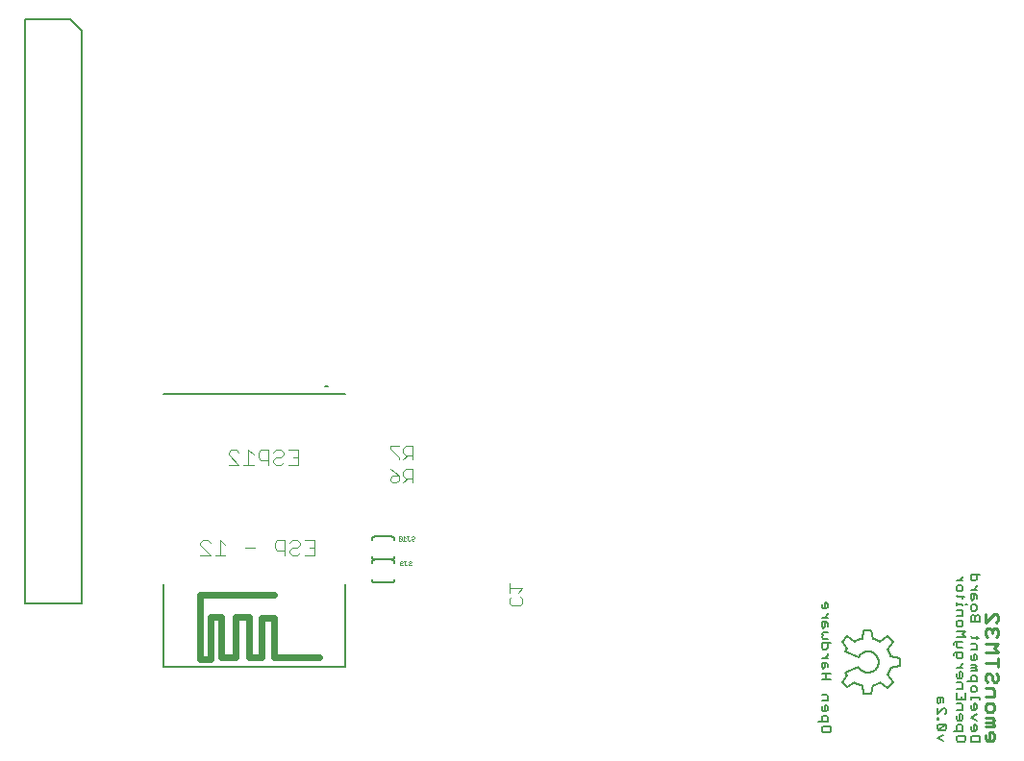
<source format=gbo>
G04 EAGLE Gerber RS-274X export*
G75*
%MOMM*%
%FSLAX34Y34*%
%LPD*%
%INSilkscreen Bottom*%
%IPPOS*%
%AMOC8*
5,1,8,0,0,1.08239X$1,22.5*%
G01*
%ADD10C,0.203200*%
%ADD11C,0.279400*%
%ADD12C,0.152400*%
%ADD13C,0.127000*%
%ADD14C,0.609600*%
%ADD15C,0.101600*%
%ADD16C,0.025400*%


D10*
X1066731Y140693D02*
X1066731Y137982D01*
X1065375Y136626D01*
X1059952Y136626D01*
X1058596Y137982D01*
X1058596Y140693D01*
X1059952Y142049D01*
X1065375Y142049D01*
X1066731Y140693D01*
X1064019Y145981D02*
X1055884Y145981D01*
X1064019Y145981D02*
X1064019Y150049D01*
X1062663Y151404D01*
X1059952Y151404D01*
X1058596Y150049D01*
X1058596Y145981D01*
X1058596Y156692D02*
X1058596Y159404D01*
X1058596Y156692D02*
X1059952Y155336D01*
X1062663Y155336D01*
X1064019Y156692D01*
X1064019Y159404D01*
X1062663Y160760D01*
X1061308Y160760D01*
X1061308Y155336D01*
X1064019Y164692D02*
X1058596Y164692D01*
X1064019Y164692D02*
X1064019Y168759D01*
X1062663Y170115D01*
X1058596Y170115D01*
X1066731Y174047D02*
X1066731Y179470D01*
X1066731Y174047D02*
X1058596Y174047D01*
X1058596Y179470D01*
X1062663Y176758D02*
X1062663Y174047D01*
X1064019Y183402D02*
X1058596Y183402D01*
X1064019Y183402D02*
X1064019Y187469D01*
X1062663Y188825D01*
X1058596Y188825D01*
X1058596Y194113D02*
X1058596Y196825D01*
X1058596Y194113D02*
X1059952Y192757D01*
X1062663Y192757D01*
X1064019Y194113D01*
X1064019Y196825D01*
X1062663Y198180D01*
X1061308Y198180D01*
X1061308Y192757D01*
X1064019Y202112D02*
X1058596Y202112D01*
X1061308Y202112D02*
X1064019Y204824D01*
X1064019Y206180D01*
X1055884Y212620D02*
X1055884Y213976D01*
X1057240Y215332D01*
X1064019Y215332D01*
X1064019Y211264D01*
X1062663Y209908D01*
X1059952Y209908D01*
X1058596Y211264D01*
X1058596Y215332D01*
X1059952Y219263D02*
X1064019Y219263D01*
X1059952Y219263D02*
X1058596Y220619D01*
X1058596Y224687D01*
X1057240Y224687D02*
X1064019Y224687D01*
X1057240Y224687D02*
X1055884Y223331D01*
X1055884Y221975D01*
X1058596Y228619D02*
X1066731Y228619D01*
X1064019Y231330D01*
X1066731Y234042D01*
X1058596Y234042D01*
X1058596Y239330D02*
X1058596Y242041D01*
X1059952Y243397D01*
X1062663Y243397D01*
X1064019Y242041D01*
X1064019Y239330D01*
X1062663Y237974D01*
X1059952Y237974D01*
X1058596Y239330D01*
X1058596Y247329D02*
X1064019Y247329D01*
X1064019Y251397D01*
X1062663Y252752D01*
X1058596Y252752D01*
X1064019Y256684D02*
X1064019Y258040D01*
X1058596Y258040D01*
X1058596Y256684D02*
X1058596Y259396D01*
X1066731Y258040D02*
X1068087Y258040D01*
X1065375Y264277D02*
X1059952Y264277D01*
X1058596Y265633D01*
X1064019Y265633D02*
X1064019Y262921D01*
X1058596Y270514D02*
X1058596Y273225D01*
X1059952Y274581D01*
X1062663Y274581D01*
X1064019Y273225D01*
X1064019Y270514D01*
X1062663Y269158D01*
X1059952Y269158D01*
X1058596Y270514D01*
X1058596Y278513D02*
X1064019Y278513D01*
X1061308Y278513D02*
X1064019Y281225D01*
X1064019Y282580D01*
X1071096Y136626D02*
X1079231Y136626D01*
X1071096Y136626D02*
X1071096Y140693D01*
X1072452Y142049D01*
X1077875Y142049D01*
X1079231Y140693D01*
X1079231Y136626D01*
X1071096Y147337D02*
X1071096Y150049D01*
X1071096Y147337D02*
X1072452Y145981D01*
X1075163Y145981D01*
X1076519Y147337D01*
X1076519Y150049D01*
X1075163Y151404D01*
X1073808Y151404D01*
X1073808Y145981D01*
X1076519Y155336D02*
X1071096Y158048D01*
X1076519Y160760D01*
X1071096Y166047D02*
X1071096Y168759D01*
X1071096Y166047D02*
X1072452Y164692D01*
X1075163Y164692D01*
X1076519Y166047D01*
X1076519Y168759D01*
X1075163Y170115D01*
X1073808Y170115D01*
X1073808Y164692D01*
X1079231Y174047D02*
X1079231Y175403D01*
X1071096Y175403D01*
X1071096Y176758D02*
X1071096Y174047D01*
X1071096Y181639D02*
X1071096Y184351D01*
X1072452Y185707D01*
X1075163Y185707D01*
X1076519Y184351D01*
X1076519Y181639D01*
X1075163Y180284D01*
X1072452Y180284D01*
X1071096Y181639D01*
X1068384Y189639D02*
X1076519Y189639D01*
X1076519Y193706D01*
X1075163Y195062D01*
X1072452Y195062D01*
X1071096Y193706D01*
X1071096Y189639D01*
X1071096Y198994D02*
X1076519Y198994D01*
X1076519Y200350D01*
X1075163Y201706D01*
X1071096Y201706D01*
X1075163Y201706D02*
X1076519Y203061D01*
X1075163Y204417D01*
X1071096Y204417D01*
X1071096Y209705D02*
X1071096Y212417D01*
X1071096Y209705D02*
X1072452Y208349D01*
X1075163Y208349D01*
X1076519Y209705D01*
X1076519Y212417D01*
X1075163Y213772D01*
X1073808Y213772D01*
X1073808Y208349D01*
X1076519Y217704D02*
X1071096Y217704D01*
X1076519Y217704D02*
X1076519Y221772D01*
X1075163Y223128D01*
X1071096Y223128D01*
X1072452Y228415D02*
X1077875Y228415D01*
X1072452Y228415D02*
X1071096Y229771D01*
X1076519Y229771D02*
X1076519Y227059D01*
X1079231Y242651D02*
X1071096Y242651D01*
X1079231Y242651D02*
X1079231Y246719D01*
X1077875Y248075D01*
X1076519Y248075D01*
X1075163Y246719D01*
X1073808Y248075D01*
X1072452Y248075D01*
X1071096Y246719D01*
X1071096Y242651D01*
X1075163Y242651D02*
X1075163Y246719D01*
X1071096Y253362D02*
X1071096Y256074D01*
X1072452Y257430D01*
X1075163Y257430D01*
X1076519Y256074D01*
X1076519Y253362D01*
X1075163Y252007D01*
X1072452Y252007D01*
X1071096Y253362D01*
X1076519Y262718D02*
X1076519Y265429D01*
X1075163Y266785D01*
X1071096Y266785D01*
X1071096Y262718D01*
X1072452Y261362D01*
X1073808Y262718D01*
X1073808Y266785D01*
X1076519Y270717D02*
X1071096Y270717D01*
X1073808Y270717D02*
X1076519Y273429D01*
X1076519Y274784D01*
X1079231Y283936D02*
X1071096Y283936D01*
X1071096Y279869D01*
X1072452Y278513D01*
X1075163Y278513D01*
X1076519Y279869D01*
X1076519Y283936D01*
D11*
X1083977Y142727D02*
X1083977Y138914D01*
X1085884Y137007D01*
X1089697Y137007D01*
X1091604Y138914D01*
X1091604Y142727D01*
X1089697Y144634D01*
X1087790Y144634D01*
X1087790Y137007D01*
X1083977Y150104D02*
X1091604Y150104D01*
X1091604Y152011D01*
X1089697Y153918D01*
X1083977Y153918D01*
X1089697Y153918D02*
X1091604Y155824D01*
X1089697Y157731D01*
X1083977Y157731D01*
X1083977Y165108D02*
X1083977Y168921D01*
X1085884Y170828D01*
X1089697Y170828D01*
X1091604Y168921D01*
X1091604Y165108D01*
X1089697Y163202D01*
X1085884Y163202D01*
X1083977Y165108D01*
X1083977Y176299D02*
X1091604Y176299D01*
X1091604Y182019D01*
X1089697Y183925D01*
X1083977Y183925D01*
X1095417Y195116D02*
X1093510Y197023D01*
X1095417Y195116D02*
X1095417Y191303D01*
X1093510Y189396D01*
X1091604Y189396D01*
X1089697Y191303D01*
X1089697Y195116D01*
X1087790Y197023D01*
X1085884Y197023D01*
X1083977Y195116D01*
X1083977Y191303D01*
X1085884Y189396D01*
X1083977Y206307D02*
X1095417Y206307D01*
X1095417Y210120D02*
X1095417Y202493D01*
X1095417Y215591D02*
X1083977Y215591D01*
X1091604Y219404D02*
X1095417Y215591D01*
X1091604Y219404D02*
X1095417Y223217D01*
X1083977Y223217D01*
X1093510Y228688D02*
X1095417Y230594D01*
X1095417Y234408D01*
X1093510Y236314D01*
X1091604Y236314D01*
X1089697Y234408D01*
X1089697Y232501D01*
X1089697Y234408D02*
X1087790Y236314D01*
X1085884Y236314D01*
X1083977Y234408D01*
X1083977Y230594D01*
X1085884Y228688D01*
X1083977Y241785D02*
X1083977Y249412D01*
X1083977Y241785D02*
X1091604Y249412D01*
X1093510Y249412D01*
X1095417Y247505D01*
X1095417Y243692D01*
X1093510Y241785D01*
D10*
X1041686Y140158D02*
X1047109Y137446D01*
X1047109Y142869D02*
X1041686Y140158D01*
X1043042Y146801D02*
X1048465Y146801D01*
X1049821Y148157D01*
X1049821Y150869D01*
X1048465Y152224D01*
X1043042Y152224D01*
X1041686Y150869D01*
X1041686Y148157D01*
X1043042Y146801D01*
X1048465Y152224D01*
X1043042Y156156D02*
X1041686Y156156D01*
X1043042Y156156D02*
X1043042Y157512D01*
X1041686Y157512D01*
X1041686Y156156D01*
X1041686Y160834D02*
X1041686Y166257D01*
X1041686Y160834D02*
X1047109Y166257D01*
X1048465Y166257D01*
X1049821Y164901D01*
X1049821Y162190D01*
X1048465Y160834D01*
X1047109Y171545D02*
X1047109Y174257D01*
X1045753Y175612D01*
X1041686Y175612D01*
X1041686Y171545D01*
X1043042Y170189D01*
X1044398Y171545D01*
X1044398Y175612D01*
X948014Y148852D02*
X948014Y146140D01*
X946658Y144784D01*
X941235Y144784D01*
X939879Y146140D01*
X939879Y148852D01*
X941235Y150208D01*
X946658Y150208D01*
X948014Y148852D01*
X945302Y154140D02*
X937167Y154140D01*
X945302Y154140D02*
X945302Y158207D01*
X943946Y159563D01*
X941235Y159563D01*
X939879Y158207D01*
X939879Y154140D01*
X939879Y164851D02*
X939879Y167562D01*
X939879Y164851D02*
X941235Y163495D01*
X943946Y163495D01*
X945302Y164851D01*
X945302Y167562D01*
X943946Y168918D01*
X942591Y168918D01*
X942591Y163495D01*
X945302Y172850D02*
X939879Y172850D01*
X945302Y172850D02*
X945302Y176917D01*
X943946Y178273D01*
X939879Y178273D01*
X939879Y191560D02*
X948014Y191560D01*
X943946Y191560D02*
X943946Y196984D01*
X939879Y196984D02*
X948014Y196984D01*
X945302Y202271D02*
X945302Y204983D01*
X943946Y206339D01*
X939879Y206339D01*
X939879Y202271D01*
X941235Y200916D01*
X942591Y202271D01*
X942591Y206339D01*
X945302Y210271D02*
X939879Y210271D01*
X942591Y210271D02*
X945302Y212982D01*
X945302Y214338D01*
X948014Y223490D02*
X939879Y223490D01*
X939879Y219422D01*
X941235Y218067D01*
X943946Y218067D01*
X945302Y219422D01*
X945302Y223490D01*
X945302Y227422D02*
X941235Y227422D01*
X939879Y228778D01*
X941235Y230133D01*
X939879Y231489D01*
X941235Y232845D01*
X945302Y232845D01*
X945302Y238133D02*
X945302Y240845D01*
X943946Y242200D01*
X939879Y242200D01*
X939879Y238133D01*
X941235Y236777D01*
X942591Y238133D01*
X942591Y242200D01*
X945302Y246132D02*
X939879Y246132D01*
X942591Y246132D02*
X945302Y248844D01*
X945302Y250200D01*
X939879Y255284D02*
X939879Y257996D01*
X939879Y255284D02*
X941235Y253928D01*
X943946Y253928D01*
X945302Y255284D01*
X945302Y257996D01*
X943946Y259351D01*
X942591Y259351D01*
X942591Y253928D01*
D12*
X971988Y202951D02*
X960558Y197871D01*
X962082Y195331D01*
X957764Y189235D01*
X962590Y184663D01*
X968686Y188727D01*
X975544Y186187D02*
X976814Y178567D01*
X983418Y178567D01*
X984942Y186187D01*
X991292Y188981D02*
X997896Y184409D01*
X1002468Y189235D01*
X997896Y195839D01*
X1000436Y202189D02*
X1008564Y203459D01*
X1008564Y210317D01*
X1000436Y211587D01*
X997896Y217937D02*
X1002468Y224541D01*
X997896Y229367D01*
X991292Y224795D01*
X984942Y227589D02*
X983418Y235209D01*
X976814Y235209D01*
X975544Y227589D01*
X968686Y225049D02*
X962590Y229367D01*
X957764Y224541D01*
X962082Y218445D01*
X960558Y215905D01*
X971988Y211079D01*
X972242Y211079D02*
X972344Y211283D01*
X972451Y211484D01*
X972563Y211682D01*
X972679Y211878D01*
X972801Y212071D01*
X972926Y212261D01*
X973057Y212447D01*
X973192Y212631D01*
X973332Y212811D01*
X973476Y212987D01*
X973624Y213160D01*
X973776Y213330D01*
X973933Y213495D01*
X974093Y213657D01*
X974257Y213815D01*
X974426Y213968D01*
X974598Y214118D01*
X974773Y214263D01*
X974952Y214404D01*
X975134Y214541D01*
X975320Y214673D01*
X975509Y214800D01*
X975701Y214923D01*
X975896Y215041D01*
X976093Y215154D01*
X976294Y215262D01*
X976497Y215366D01*
X976702Y215464D01*
X976910Y215558D01*
X977120Y215646D01*
X977332Y215729D01*
X977546Y215807D01*
X977762Y215879D01*
X977980Y215947D01*
X978199Y216009D01*
X978419Y216065D01*
X978641Y216117D01*
X978865Y216162D01*
X979089Y216203D01*
X979314Y216237D01*
X979540Y216267D01*
X979766Y216290D01*
X979993Y216309D01*
X980221Y216321D01*
X980449Y216328D01*
X980676Y216330D01*
X980904Y216326D01*
X981132Y216316D01*
X981359Y216301D01*
X981586Y216280D01*
X981812Y216254D01*
X982038Y216222D01*
X982262Y216185D01*
X982486Y216142D01*
X982709Y216094D01*
X982930Y216040D01*
X983150Y215981D01*
X983369Y215916D01*
X983586Y215847D01*
X983801Y215772D01*
X984014Y215691D01*
X984225Y215606D01*
X984434Y215515D01*
X984641Y215419D01*
X984845Y215319D01*
X985047Y215213D01*
X985246Y215102D01*
X985442Y214987D01*
X985636Y214867D01*
X985826Y214742D01*
X986014Y214612D01*
X986198Y214478D01*
X986379Y214340D01*
X986556Y214197D01*
X986730Y214050D01*
X986900Y213898D01*
X987067Y213743D01*
X987229Y213583D01*
X987388Y213420D01*
X987542Y213252D01*
X987693Y213081D01*
X987839Y212907D01*
X987981Y212728D01*
X988119Y212547D01*
X988252Y212362D01*
X988380Y212174D01*
X988504Y211983D01*
X988623Y211788D01*
X988737Y211591D01*
X988847Y211392D01*
X988951Y211189D01*
X989051Y210984D01*
X989145Y210777D01*
X989235Y210568D01*
X989319Y210356D01*
X989398Y210142D01*
X989472Y209927D01*
X989541Y209710D01*
X989604Y209491D01*
X989662Y209270D01*
X989714Y209049D01*
X989761Y208826D01*
X989803Y208602D01*
X989839Y208377D01*
X989869Y208151D01*
X989894Y207925D01*
X989914Y207698D01*
X989928Y207470D01*
X989936Y207243D01*
X989939Y207015D01*
X989936Y206787D01*
X989928Y206560D01*
X989914Y206332D01*
X989894Y206105D01*
X989869Y205879D01*
X989839Y205653D01*
X989803Y205428D01*
X989761Y205204D01*
X989714Y204981D01*
X989662Y204760D01*
X989604Y204539D01*
X989541Y204320D01*
X989472Y204103D01*
X989398Y203888D01*
X989319Y203674D01*
X989235Y203462D01*
X989145Y203253D01*
X989051Y203046D01*
X988951Y202841D01*
X988847Y202638D01*
X988737Y202439D01*
X988623Y202242D01*
X988504Y202047D01*
X988380Y201856D01*
X988252Y201668D01*
X988119Y201483D01*
X987981Y201302D01*
X987839Y201123D01*
X987693Y200949D01*
X987542Y200778D01*
X987388Y200610D01*
X987229Y200447D01*
X987067Y200287D01*
X986900Y200132D01*
X986730Y199980D01*
X986556Y199833D01*
X986379Y199690D01*
X986198Y199552D01*
X986014Y199418D01*
X985826Y199288D01*
X985636Y199163D01*
X985442Y199043D01*
X985246Y198928D01*
X985047Y198817D01*
X984845Y198711D01*
X984641Y198611D01*
X984434Y198515D01*
X984225Y198424D01*
X984014Y198339D01*
X983801Y198258D01*
X983586Y198183D01*
X983369Y198114D01*
X983150Y198049D01*
X982930Y197990D01*
X982709Y197936D01*
X982486Y197888D01*
X982262Y197845D01*
X982038Y197808D01*
X981812Y197776D01*
X981586Y197750D01*
X981359Y197729D01*
X981132Y197714D01*
X980904Y197704D01*
X980676Y197700D01*
X980449Y197702D01*
X980221Y197709D01*
X979993Y197721D01*
X979766Y197740D01*
X979540Y197763D01*
X979314Y197793D01*
X979089Y197827D01*
X978865Y197868D01*
X978641Y197913D01*
X978419Y197965D01*
X978199Y198021D01*
X977980Y198083D01*
X977762Y198151D01*
X977546Y198223D01*
X977332Y198301D01*
X977120Y198384D01*
X976910Y198472D01*
X976702Y198566D01*
X976497Y198664D01*
X976294Y198768D01*
X976093Y198876D01*
X975896Y198989D01*
X975701Y199107D01*
X975509Y199230D01*
X975320Y199357D01*
X975134Y199489D01*
X974952Y199626D01*
X974773Y199767D01*
X974598Y199912D01*
X974426Y200062D01*
X974257Y200215D01*
X974093Y200373D01*
X973933Y200535D01*
X973776Y200700D01*
X973624Y200870D01*
X973476Y201043D01*
X973332Y201219D01*
X973192Y201399D01*
X973057Y201583D01*
X972926Y201769D01*
X972801Y201959D01*
X972679Y202152D01*
X972563Y202348D01*
X972451Y202546D01*
X972344Y202747D01*
X972242Y202951D01*
X968768Y188812D02*
X969216Y188550D01*
X969670Y188300D01*
X970130Y188060D01*
X970596Y187832D01*
X971067Y187616D01*
X971543Y187411D01*
X972024Y187218D01*
X972510Y187037D01*
X973000Y186867D01*
X973494Y186710D01*
X973992Y186565D01*
X974493Y186432D01*
X974997Y186312D01*
X975505Y186204D01*
X984944Y186346D02*
X985413Y186468D01*
X985879Y186601D01*
X986342Y186745D01*
X986801Y186899D01*
X987257Y187064D01*
X987709Y187239D01*
X988157Y187425D01*
X988600Y187620D01*
X989039Y187826D01*
X989473Y188042D01*
X989902Y188267D01*
X990326Y188503D01*
X990744Y188748D01*
X991157Y189002D01*
X997987Y195927D02*
X998243Y196364D01*
X998488Y196807D01*
X998723Y197256D01*
X998946Y197710D01*
X999159Y198169D01*
X999360Y198633D01*
X999551Y199102D01*
X999730Y199576D01*
X999898Y200053D01*
X1000054Y200535D01*
X1000199Y201020D01*
X1000332Y201508D01*
X1000453Y202000D01*
X1000500Y211722D02*
X1000385Y212197D01*
X1000260Y212669D01*
X1000124Y213138D01*
X999977Y213604D01*
X999820Y214066D01*
X999652Y214525D01*
X999474Y214980D01*
X999285Y215430D01*
X999085Y215876D01*
X998876Y216317D01*
X998657Y216754D01*
X998427Y217185D01*
X998188Y217611D01*
X997939Y218031D01*
X991251Y224766D02*
X990836Y225035D01*
X990413Y225294D01*
X989985Y225542D01*
X989551Y225780D01*
X989111Y226008D01*
X988666Y226225D01*
X988215Y226431D01*
X987760Y226627D01*
X987301Y226811D01*
X986837Y226984D01*
X986369Y227146D01*
X985897Y227297D01*
X985422Y227436D01*
X984943Y227564D01*
X975456Y227612D02*
X974979Y227518D01*
X974505Y227413D01*
X974033Y227296D01*
X973565Y227168D01*
X973099Y227029D01*
X972637Y226879D01*
X972178Y226718D01*
X971724Y226547D01*
X971273Y226364D01*
X970827Y226171D01*
X970386Y225968D01*
X969950Y225754D01*
X969519Y225530D01*
X969093Y225296D01*
X968673Y225051D01*
D13*
X520333Y202716D02*
X520333Y275716D01*
X520333Y442716D02*
X360333Y442716D01*
X360333Y275716D02*
X360333Y202716D01*
X520333Y202716D01*
D14*
X392333Y209716D02*
X392333Y258716D01*
X392333Y209716D02*
X401333Y209716D01*
X401333Y246716D01*
X411333Y246716D01*
X411333Y210716D01*
X423333Y210716D01*
X423333Y246716D01*
X435333Y246716D01*
X435333Y210716D01*
X446333Y210716D01*
X446333Y245716D01*
X457333Y245716D01*
X457333Y210716D01*
X497333Y210716D01*
X392333Y259716D02*
X392333Y265716D01*
X457333Y265716D01*
D15*
X484402Y314220D02*
X493215Y314220D01*
X493215Y301000D01*
X484402Y301000D01*
X488808Y307610D02*
X493215Y307610D01*
X473508Y314220D02*
X471304Y312016D01*
X473508Y314220D02*
X477914Y314220D01*
X480117Y312016D01*
X480117Y309813D01*
X477914Y307610D01*
X473508Y307610D01*
X471304Y305407D01*
X471304Y303204D01*
X473508Y301000D01*
X477914Y301000D01*
X480117Y303204D01*
X467020Y301000D02*
X467020Y314220D01*
X460410Y314220D01*
X458207Y312016D01*
X458207Y307610D01*
X460410Y305407D01*
X467020Y305407D01*
X440826Y307610D02*
X432013Y307610D01*
X414631Y309813D02*
X410225Y314220D01*
X410225Y301000D01*
X414631Y301000D02*
X405818Y301000D01*
X401534Y301000D02*
X392721Y301000D01*
X401534Y301000D02*
X392721Y309813D01*
X392721Y312016D01*
X394924Y314220D01*
X399331Y314220D01*
X401534Y312016D01*
X470029Y393880D02*
X478842Y393880D01*
X478842Y380660D01*
X470029Y380660D01*
X474435Y387270D02*
X478842Y387270D01*
X459135Y393880D02*
X456932Y391676D01*
X459135Y393880D02*
X463541Y393880D01*
X465745Y391676D01*
X465745Y389473D01*
X463541Y387270D01*
X459135Y387270D01*
X456932Y385067D01*
X456932Y382864D01*
X459135Y380660D01*
X463541Y380660D01*
X465745Y382864D01*
X452647Y380660D02*
X452647Y393880D01*
X446038Y393880D01*
X443834Y391676D01*
X443834Y387270D01*
X446038Y385067D01*
X452647Y385067D01*
X439550Y389473D02*
X435144Y393880D01*
X435144Y380660D01*
X439550Y380660D02*
X430737Y380660D01*
X426453Y380660D02*
X417640Y380660D01*
X426453Y380660D02*
X417640Y389473D01*
X417640Y391676D01*
X419843Y393880D01*
X424250Y393880D01*
X426453Y391676D01*
D13*
X238424Y258488D02*
X238424Y773488D01*
X278424Y773488D01*
X288424Y763488D01*
X288424Y258488D01*
X238424Y258488D01*
D12*
X502666Y449580D02*
X504952Y449580D01*
D15*
X579140Y376692D02*
X579140Y364998D01*
X579140Y376692D02*
X573293Y376692D01*
X571344Y374743D01*
X571344Y370845D01*
X573293Y368896D01*
X579140Y368896D01*
X575242Y368896D02*
X571344Y364998D01*
X563548Y374743D02*
X559650Y376692D01*
X563548Y374743D02*
X567446Y370845D01*
X567446Y366947D01*
X565497Y364998D01*
X561599Y364998D01*
X559650Y366947D01*
X559650Y368896D01*
X561599Y370845D01*
X567446Y370845D01*
X579140Y385318D02*
X579140Y397012D01*
X573293Y397012D01*
X571344Y395063D01*
X571344Y391165D01*
X573293Y389216D01*
X579140Y389216D01*
X575242Y389216D02*
X571344Y385318D01*
X567446Y397012D02*
X559650Y397012D01*
X559650Y395063D01*
X567446Y387267D01*
X567446Y385318D01*
X674463Y264316D02*
X676412Y262367D01*
X676412Y258469D01*
X674463Y256520D01*
X666667Y256520D01*
X664718Y258469D01*
X664718Y262367D01*
X666667Y264316D01*
X672514Y268214D02*
X676412Y272112D01*
X664718Y272112D01*
X664718Y268214D02*
X664718Y276010D01*
D10*
X561720Y277020D02*
X545720Y277020D01*
X543720Y294020D02*
X543702Y294118D01*
X543688Y294218D01*
X543678Y294317D01*
X543672Y294417D01*
X543670Y294517D01*
X543672Y294617D01*
X543678Y294717D01*
X543687Y294817D01*
X543701Y294916D01*
X543718Y295015D01*
X543740Y295113D01*
X543765Y295210D01*
X543794Y295305D01*
X543827Y295400D01*
X543863Y295493D01*
X543903Y295585D01*
X543947Y295675D01*
X543994Y295764D01*
X544044Y295850D01*
X544098Y295934D01*
X544155Y296017D01*
X544216Y296097D01*
X544279Y296174D01*
X544346Y296249D01*
X544415Y296321D01*
X544487Y296391D01*
X544562Y296457D01*
X544639Y296521D01*
X544719Y296581D01*
X544801Y296639D01*
X544885Y296693D01*
X544972Y296744D01*
X545060Y296791D01*
X545150Y296835D01*
X545242Y296875D01*
X545335Y296911D01*
X545429Y296944D01*
X545525Y296974D01*
X545622Y296999D01*
X545720Y297020D01*
X561720Y297020D02*
X561818Y296999D01*
X561915Y296974D01*
X562011Y296944D01*
X562105Y296911D01*
X562198Y296875D01*
X562290Y296835D01*
X562380Y296791D01*
X562468Y296744D01*
X562555Y296693D01*
X562639Y296639D01*
X562721Y296581D01*
X562801Y296521D01*
X562878Y296457D01*
X562953Y296391D01*
X563025Y296321D01*
X563094Y296249D01*
X563161Y296174D01*
X563224Y296097D01*
X563285Y296017D01*
X563342Y295934D01*
X563396Y295850D01*
X563446Y295764D01*
X563493Y295675D01*
X563537Y295585D01*
X563577Y295493D01*
X563613Y295400D01*
X563646Y295305D01*
X563675Y295210D01*
X563700Y295113D01*
X563722Y295015D01*
X563739Y294916D01*
X563753Y294817D01*
X563762Y294717D01*
X563768Y294617D01*
X563770Y294517D01*
X563768Y294417D01*
X563762Y294317D01*
X563752Y294218D01*
X563738Y294118D01*
X563720Y294020D01*
X563720Y280020D02*
X563738Y279922D01*
X563752Y279822D01*
X563762Y279723D01*
X563768Y279623D01*
X563770Y279523D01*
X563768Y279423D01*
X563762Y279323D01*
X563753Y279223D01*
X563739Y279124D01*
X563722Y279025D01*
X563700Y278927D01*
X563675Y278830D01*
X563646Y278735D01*
X563613Y278640D01*
X563577Y278547D01*
X563537Y278455D01*
X563493Y278365D01*
X563446Y278276D01*
X563396Y278190D01*
X563342Y278106D01*
X563285Y278023D01*
X563224Y277943D01*
X563161Y277866D01*
X563094Y277791D01*
X563025Y277719D01*
X562953Y277649D01*
X562878Y277583D01*
X562801Y277519D01*
X562721Y277459D01*
X562639Y277401D01*
X562555Y277347D01*
X562468Y277296D01*
X562380Y277249D01*
X562290Y277205D01*
X562198Y277165D01*
X562105Y277129D01*
X562011Y277096D01*
X561915Y277066D01*
X561818Y277041D01*
X561720Y277020D01*
X545720Y277020D02*
X545622Y277041D01*
X545525Y277066D01*
X545429Y277096D01*
X545335Y277129D01*
X545242Y277165D01*
X545150Y277205D01*
X545060Y277249D01*
X544972Y277296D01*
X544885Y277347D01*
X544801Y277401D01*
X544719Y277459D01*
X544639Y277519D01*
X544562Y277583D01*
X544487Y277649D01*
X544415Y277719D01*
X544346Y277791D01*
X544279Y277866D01*
X544216Y277943D01*
X544155Y278023D01*
X544098Y278106D01*
X544044Y278190D01*
X543994Y278276D01*
X543947Y278365D01*
X543903Y278455D01*
X543863Y278547D01*
X543827Y278640D01*
X543794Y278735D01*
X543765Y278830D01*
X543740Y278927D01*
X543718Y279025D01*
X543701Y279124D01*
X543687Y279223D01*
X543678Y279323D01*
X543672Y279423D01*
X543670Y279523D01*
X543672Y279623D01*
X543678Y279723D01*
X543688Y279822D01*
X543702Y279922D01*
X543720Y280020D01*
X545720Y297020D02*
X561720Y297020D01*
D16*
X576057Y295151D02*
X576693Y295786D01*
X577964Y295786D01*
X578599Y295151D01*
X578599Y294515D01*
X577964Y293880D01*
X576693Y293880D01*
X576057Y293244D01*
X576057Y292609D01*
X576693Y291973D01*
X577964Y291973D01*
X578599Y292609D01*
X574857Y292609D02*
X574222Y291973D01*
X573586Y291973D01*
X572951Y292609D01*
X572951Y295786D01*
X573586Y295786D02*
X572315Y295786D01*
X571115Y292609D02*
X570480Y291973D01*
X569208Y291973D01*
X568573Y292609D01*
X568573Y295151D01*
X569208Y295786D01*
X570480Y295786D01*
X571115Y295151D01*
X571115Y294515D01*
X570480Y293880D01*
X568573Y293880D01*
D10*
X561720Y317340D02*
X545720Y317340D01*
X563720Y300340D02*
X563738Y300242D01*
X563752Y300142D01*
X563762Y300043D01*
X563768Y299943D01*
X563770Y299843D01*
X563768Y299743D01*
X563762Y299643D01*
X563753Y299543D01*
X563739Y299444D01*
X563722Y299345D01*
X563700Y299247D01*
X563675Y299150D01*
X563646Y299055D01*
X563613Y298960D01*
X563577Y298867D01*
X563537Y298775D01*
X563493Y298685D01*
X563446Y298596D01*
X563396Y298510D01*
X563342Y298426D01*
X563285Y298343D01*
X563224Y298263D01*
X563161Y298186D01*
X563094Y298111D01*
X563025Y298039D01*
X562953Y297969D01*
X562878Y297903D01*
X562801Y297839D01*
X562721Y297779D01*
X562639Y297721D01*
X562555Y297667D01*
X562468Y297616D01*
X562380Y297569D01*
X562290Y297525D01*
X562198Y297485D01*
X562105Y297449D01*
X562011Y297416D01*
X561915Y297386D01*
X561818Y297361D01*
X561720Y297340D01*
X545720Y297340D02*
X545622Y297361D01*
X545525Y297386D01*
X545429Y297416D01*
X545335Y297449D01*
X545242Y297485D01*
X545150Y297525D01*
X545060Y297569D01*
X544972Y297616D01*
X544885Y297667D01*
X544801Y297721D01*
X544719Y297779D01*
X544639Y297839D01*
X544562Y297903D01*
X544487Y297969D01*
X544415Y298039D01*
X544346Y298111D01*
X544279Y298186D01*
X544216Y298263D01*
X544155Y298343D01*
X544098Y298426D01*
X544044Y298510D01*
X543994Y298596D01*
X543947Y298685D01*
X543903Y298775D01*
X543863Y298867D01*
X543827Y298960D01*
X543794Y299055D01*
X543765Y299150D01*
X543740Y299247D01*
X543718Y299345D01*
X543701Y299444D01*
X543687Y299543D01*
X543678Y299643D01*
X543672Y299743D01*
X543670Y299843D01*
X543672Y299943D01*
X543678Y300043D01*
X543688Y300142D01*
X543702Y300242D01*
X543720Y300340D01*
X543720Y314340D02*
X543702Y314438D01*
X543688Y314538D01*
X543678Y314637D01*
X543672Y314737D01*
X543670Y314837D01*
X543672Y314937D01*
X543678Y315037D01*
X543687Y315137D01*
X543701Y315236D01*
X543718Y315335D01*
X543740Y315433D01*
X543765Y315530D01*
X543794Y315625D01*
X543827Y315720D01*
X543863Y315813D01*
X543903Y315905D01*
X543947Y315995D01*
X543994Y316084D01*
X544044Y316170D01*
X544098Y316254D01*
X544155Y316337D01*
X544216Y316417D01*
X544279Y316494D01*
X544346Y316569D01*
X544415Y316641D01*
X544487Y316711D01*
X544562Y316777D01*
X544639Y316841D01*
X544719Y316901D01*
X544801Y316959D01*
X544885Y317013D01*
X544972Y317064D01*
X545060Y317111D01*
X545150Y317155D01*
X545242Y317195D01*
X545335Y317231D01*
X545429Y317264D01*
X545525Y317294D01*
X545622Y317319D01*
X545720Y317340D01*
X561720Y317340D02*
X561818Y317319D01*
X561915Y317294D01*
X562011Y317264D01*
X562105Y317231D01*
X562198Y317195D01*
X562290Y317155D01*
X562380Y317111D01*
X562468Y317064D01*
X562555Y317013D01*
X562639Y316959D01*
X562721Y316901D01*
X562801Y316841D01*
X562878Y316777D01*
X562953Y316711D01*
X563025Y316641D01*
X563094Y316569D01*
X563161Y316494D01*
X563224Y316417D01*
X563285Y316337D01*
X563342Y316254D01*
X563396Y316170D01*
X563446Y316084D01*
X563493Y315995D01*
X563537Y315905D01*
X563577Y315813D01*
X563613Y315720D01*
X563646Y315625D01*
X563675Y315530D01*
X563700Y315433D01*
X563722Y315335D01*
X563739Y315236D01*
X563753Y315137D01*
X563762Y315037D01*
X563768Y314937D01*
X563770Y314837D01*
X563768Y314737D01*
X563762Y314637D01*
X563752Y314538D01*
X563738Y314438D01*
X563720Y314340D01*
X561720Y297340D02*
X545720Y297340D01*
D16*
X578529Y316741D02*
X579165Y317376D01*
X580436Y317376D01*
X581071Y316741D01*
X581071Y316105D01*
X580436Y315470D01*
X579165Y315470D01*
X578529Y314834D01*
X578529Y314199D01*
X579165Y313563D01*
X580436Y313563D01*
X581071Y314199D01*
X577329Y314199D02*
X576694Y313563D01*
X576058Y313563D01*
X575423Y314199D01*
X575423Y317376D01*
X576058Y317376D02*
X574787Y317376D01*
X573587Y316105D02*
X572316Y317376D01*
X572316Y313563D01*
X573587Y313563D02*
X571045Y313563D01*
X569845Y314199D02*
X569845Y316741D01*
X569210Y317376D01*
X567939Y317376D01*
X567303Y316741D01*
X567303Y314199D01*
X567939Y313563D01*
X569210Y313563D01*
X569845Y314199D01*
X567303Y316741D01*
M02*

</source>
